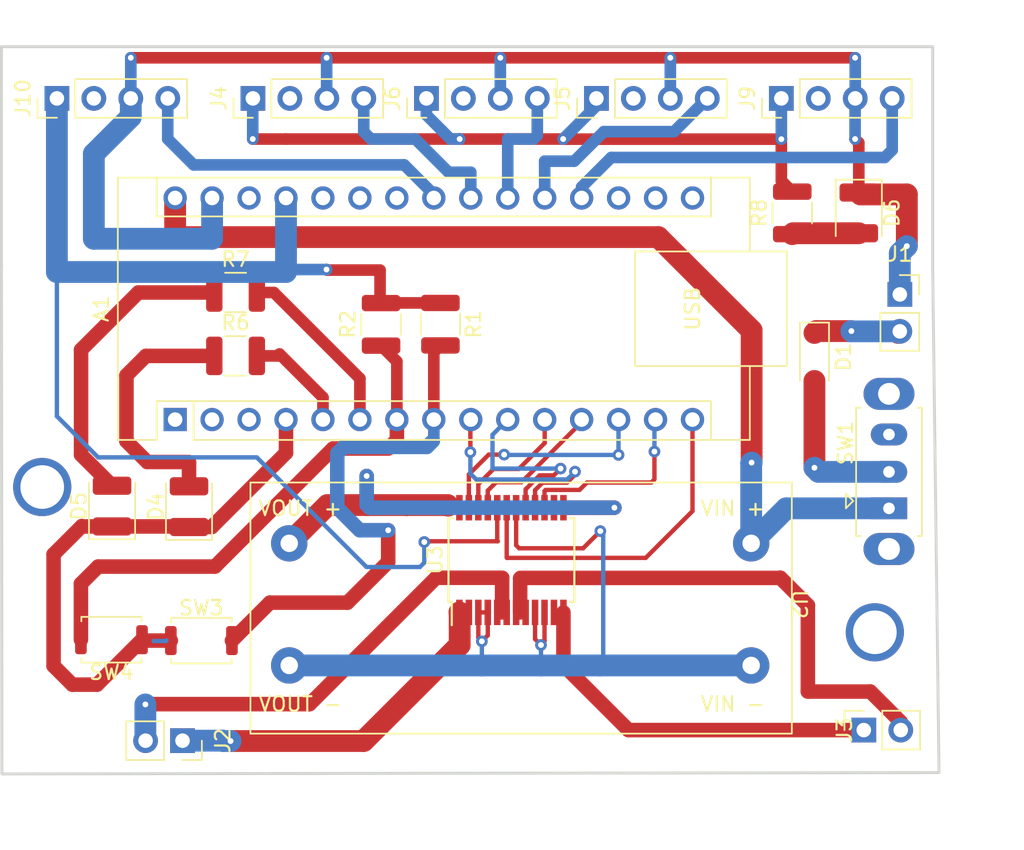
<source format=kicad_pcb>
(kicad_pcb (version 20221018) (generator pcbnew)
  (layers (0 "F.Cu" signal) (31 "B.Cu" signal) (34 "B.Paste" user) (35 "F.Paste" user) (36 "B.SilkS" user "B.Silkscreen") (37 "F.SilkS" user "F.Silkscreen") (38 "B.Mask" user) (39 "F.Mask" user) (44 "Edge.Cuts" user))
  (net 0 "")
  (net 4 "GND")
  (net 5 "/PWM1")
  (net 12 "/5v")
  (net 14 "/VIN")
  (net 15 "VCC")
  (net 16 "Net-(D1-K)")
  (net 17 "Net-(D4-A)")
  (net 18 "Net-(D5-A)")
  (net 19 "Net-(D6-A)")
  (net 20 "/L2")
  (net 21 "/L1")
  (net 23 "/INA1")
  (net 24 "/INA2")
  (net 25 "/Vm")
  (net 26 "/INB1")
  (net 27 "/B1")
  (net 28 "/B2")
  (net 29 "/INB2")
  (net 30 "/DATA1")
  (net 31 "/SHARP_I")
  (net 32 "/SHARP_C")
  (net 33 "/SHARP_D")
  (net 34 "/DATA2")
  (net 40 "/OUTA1")
  (net 41 "/OUTA2")
  (net 42 "/OUTB1")
  (net 43 "/OUTB2")
  (net 44 "/PWM2")
  (net 45 "/EN")
  (footprint "Connector_PinHeader_2.54mm:PinHeader_1x04_P2.54mm_Vertical" (layer "F.Cu") (at 219.212 28.702 90)
    (fp_text reference "J9" (at 0 -2.33 90) (layer "F.SilkS"))
    (fp_text value "Conn_01x04_Male")
    (pad "1" thru_hole rect (at 0 0 90) (size 1.7 1.7) (drill 1) (layers "*.Cu" "*.Mask") (net 12 "/5v"))
    (pad "2" thru_hole oval (at 0 2.54 90) (size 1.7 1.7) (drill 1) (layers "*.Cu" "*.Mask"))
    (pad "3" thru_hole oval (at 0 5.08 90) (size 1.7 1.7) (drill 1) (layers "*.Cu" "*.Mask") (net 4 "GND"))
    (pad "4" thru_hole oval (at 0 7.62 90) (size 1.7 1.7) (drill 1) (layers "*.Cu" "*.Mask") (net 30 "/DATA1"))
  )
  (footprint "propios:MT3608" (layer "F.Cu") (at 219.9325 63.5 -90)
    (fp_text reference "U2" (at 0 -0.5 -90 unlocked) (layer "F.SilkS"))
    (fp_text value "Mt3608")
    (fp_text user "VIN -" (at 6.858 4.064 unlocked) (layer "F.SilkS"))
    (fp_text user "VOUT +" (at -6.604 33.782 unlocked) (layer "F.SilkS"))
    (fp_text user "VOUT -" (at 6.858 33.782 unlocked) (layer "F.SilkS"))
    (fp_text user "VIN +" (at -6.604 4.064 unlocked) (layer "F.SilkS"))
    (pad "1" thru_hole circle (at -4.2 2.794 270) (size 2.5 2.5) (drill 1.2) (layers "*.Cu" "*.Mask") (net 14 "/VIN"))
    (pad "2" thru_hole circle (at -4.2 34.544 270) (size 2.5 2.5) (drill 1.2) (layers "*.Cu" "*.Mask") (net 25 "/Vm"))
    (pad "3" thru_hole circle (at 4.2 2.794 270) (size 2.5 2.5) (drill 1.2) (layers "*.Cu" "*.Mask") (net 4 "GND"))
    (pad "4" thru_hole circle (at 4.2 34.544 270) (size 2.5 2.5) (drill 1.2) (layers "*.Cu" "*.Mask") (net 4 "GND"))
  )
  (footprint "LED_SMD:LED_1210_3225Metric" (layer "F.Cu") (at 173.21 56.74 90)
    (fp_text reference "D5" (at 0 -2.28 90) (layer "F.SilkS"))
    (fp_text value "LED")
    (pad "1" smd roundrect (at -1.4 0 90) (size 1.25 2.65) (layers "F.Cu" "F.Paste" "F.Mask") (roundrect_rratio 0.2) (net 4 "GND"))
    (pad "2" smd roundrect (at 1.4 0 90) (size 1.25 2.65) (layers "F.Cu" "F.Paste" "F.Mask") (roundrect_rratio 0.2) (net 18 "Net-(D5-A)"))
  )
  (footprint "Resistor_SMD:R_1210_3225Metric" (layer "F.Cu") (at 191.7 44.2425 90)
    (fp_text reference "R2" (at 0 -2.28 90) (layer "F.SilkS"))
    (fp_text value "R")
    (pad "1" smd roundrect (at -1.4625 0 90) (size 1.125 2.65) (layers "F.Cu" "F.Paste" "F.Mask") (roundrect_rratio 0.222222) (net 28 "/B2"))
    (pad "2" smd roundrect (at 1.4625 0 90) (size 1.125 2.65) (layers "F.Cu" "F.Paste" "F.Mask") (roundrect_rratio 0.222222) (net 12 "/5v"))
  )
  (footprint "" (layer "F.Cu") (at 168.41 55.43)
    (fp_text reference "" (at 0 0) (layer "F.SilkS") (effects (font (size 1.27 1.27))))
    (fp_text value "" (at 0 0) (layer "F.SilkS") (effects (font (size 1.27 1.27))))
    (pad "1" thru_hole circle (at 0 0) (size 4 4) (drill 3) (layers "*.Cu" "*.Mask"))
  )
  (footprint "Package_SO:SSOP-24_5.3x8.2mm_P0.65mm" (layer "F.Cu") (at 200.66 60.452 90)
    (fp_text reference "U3" (at 0 -5.25 90) (layer "F.SilkS"))
    (fp_text value "TB6612FNG")
    (pad "1" smd rect (at -3.6 -3.575 90) (size 1.75 0.45) (layers "F.Cu" "F.Paste" "F.Mask") (net 40 "/OUTA1"))
    (pad "2" smd rect (at -3.6 -2.925 90) (size 1.75 0.45) (layers "F.Cu" "F.Paste" "F.Mask") (net 40 "/OUTA1"))
    (pad "3" smd rect (at -3.6 -2.275 90) (size 1.75 0.45) (layers "F.Cu" "F.Paste" "F.Mask") (net 4 "GND"))
    (pad "4" smd rect (at -3.6 -1.625 90) (size 1.75 0.45) (layers "F.Cu" "F.Paste" "F.Mask") (net 4 "GND"))
    (pad "5" smd rect (at -3.6 -0.975 90) (size 1.75 0.45) (layers "F.Cu" "F.Paste" "F.Mask") (net 41 "/OUTA2"))
    (pad "6" smd rect (at -3.6 -0.325 90) (size 1.75 0.45) (layers "F.Cu" "F.Paste" "F.Mask") (net 41 "/OUTA2"))
    (pad "7" smd rect (at -3.6 0.325 90) (size 1.75 0.45) (layers "F.Cu" "F.Paste" "F.Mask") (net 43 "/OUTB2"))
    (pad "8" smd rect (at -3.6 0.975 90) (size 1.75 0.45) (layers "F.Cu" "F.Paste" "F.Mask") (net 43 "/OUTB2"))
    (pad "9" smd rect (at -3.6 1.625 90) (size 1.75 0.45) (layers "F.Cu" "F.Paste" "F.Mask") (net 4 "GND"))
    (pad "10" smd rect (at -3.6 2.275 90) (size 1.75 0.45) (layers "F.Cu" "F.Paste" "F.Mask") (net 4 "GND"))
    (pad "11" smd rect (at -3.6 2.925 90) (size 1.75 0.45) (layers "F.Cu" "F.Paste" "F.Mask") (net 42 "/OUTB1"))
    (pad "12" smd rect (at -3.6 3.575 90) (size 1.75 0.45) (layers "F.Cu" "F.Paste" "F.Mask") (net 42 "/OUTB1"))
    (pad "13" smd rect (at 3.6 3.575 90) (size 1.75 0.45) (layers "F.Cu" "F.Paste" "F.Mask") (net 25 "/Vm"))
    (pad "14" smd rect (at 3.6 2.925 90) (size 1.75 0.45) (layers "F.Cu" "F.Paste" "F.Mask") (net 25 "/Vm"))
    (pad "15" smd rect (at 3.6 2.275 90) (size 1.75 0.45) (layers "F.Cu" "F.Paste" "F.Mask") (net 44 "/PWM2"))
    (pad "16" smd rect (at 3.6 1.625 90) (size 1.75 0.45) (layers "F.Cu" "F.Paste" "F.Mask") (net 29 "/INB2"))
    (pad "17" smd rect (at 3.6 0.975 90) (size 1.75 0.45) (layers "F.Cu" "F.Paste" "F.Mask") (net 26 "/INB1"))
    (pad "18" smd rect (at 3.6 0.325 90) (size 1.75 0.45) (layers "F.Cu" "F.Paste" "F.Mask") (net 4 "GND"))
    (pad "19" smd rect (at 3.6 -0.325 90) (size 1.75 0.45) (layers "F.Cu" "F.Paste" "F.Mask") (net 45 "/EN"))
    (pad "20" smd rect (at 3.6 -0.975 90) (size 1.75 0.45) (layers "F.Cu" "F.Paste" "F.Mask") (net 12 "/5v"))
    (pad "21" smd rect (at 3.6 -1.625 90) (size 1.75 0.45) (layers "F.Cu" "F.Paste" "F.Mask") (net 23 "/INA1"))
    (pad "22" smd rect (at 3.6 -2.275 90) (size 1.75 0.45) (layers "F.Cu" "F.Paste" "F.Mask") (net 24 "/INA2"))
    (pad "23" smd rect (at 3.6 -2.925 90) (size 1.75 0.45) (layers "F.Cu" "F.Paste" "F.Mask") (net 5 "/PWM1"))
    (pad "24" smd rect (at 3.6 -3.575 90) (size 1.75 0.45) (layers "F.Cu" "F.Paste" "F.Mask") (net 25 "/Vm"))
  )
  (footprint "Connector_PinHeader_2.54mm:PinHeader_1x04_P2.54mm_Vertical" (layer "F.Cu") (at 194.818 28.702 90)
    (fp_text reference "J6" (at 0 -2.33 90) (layer "F.SilkS"))
    (fp_text value "Conn_01x04_Male")
    (pad "1" thru_hole rect (at 0 0 90) (size 1.7 1.7) (drill 1) (layers "*.Cu" "*.Mask") (net 12 "/5v"))
    (pad "2" thru_hole oval (at 0 2.54 90) (size 1.7 1.7) (drill 1) (layers "*.Cu" "*.Mask"))
    (pad "3" thru_hole oval (at 0 5.08 90) (size 1.7 1.7) (drill 1) (layers "*.Cu" "*.Mask") (net 4 "GND"))
    (pad "4" thru_hole oval (at 0 7.62 90) (size 1.7 1.7) (drill 1) (layers "*.Cu" "*.Mask") (net 32 "/SHARP_C"))
  )
  (footprint "Diode_SMD:D_SOD-123" (layer "F.Cu") (at 221.488 46.482 -90)
    (fp_text reference "D1" (at 0 -2 90) (layer "F.SilkS"))
    (fp_text value "type=\"D\" model=\"DIODE\" lib=\"\"")
    (pad "1" smd roundrect (at -1.65 0 270) (size 0.9 1.2) (layers "F.Cu" "F.Paste" "F.Mask") (net 15 "VCC"))
    (pad "2" smd roundrect (at 1.65 0 270) (size 0.9 1.2) (layers "F.Cu" "F.Paste" "F.Mask") (net 16 "Net-(D1-K)"))
  )
  (footprint "Resistor_SMD:R_1210_3225Metric" (layer "F.Cu") (at 181.7 42.05)
    (fp_text reference "R7" (at 0 -2.28) (layer "F.SilkS"))
    (fp_text value "1000")
    (pad "1" smd roundrect (at -1.4625 0) (size 1.125 2.65) (layers "F.Cu" "F.Paste" "F.Mask") (roundrect_rratio 0.222222) (net 18 "Net-(D5-A)"))
    (pad "2" smd roundrect (at 1.4625 0) (size 1.125 2.65) (layers "F.Cu" "F.Paste" "F.Mask") (roundrect_rratio 0.222222) (net 21 "/L1"))
  )
  (footprint "Button_Switch_THT:SW_Slide_1P2T_CK_OS102011MS2Q" (layer "F.Cu") (at 226.6115 56.388 90)
    (fp_text reference "SW1" (at 3.99 -2.99 90) (layer "F.SilkS"))
    (fp_text value "SW_DPDT_x2")
    (pad "" thru_hole oval (at -3.302 0 90) (size 2.2 3.5) (drill 1.5) (layers "*.Cu" "*.Mask"))
    (pad "" thru_hole oval (at 7.366 0 90) (size 2.2 3.5) (drill 1.5) (layers "*.Cu" "*.Mask"))
    (pad "1" thru_hole rect (at -0.508 0 90) (size 1.5 2.5) (drill 0.8) (layers "*.Cu" "*.Mask") (net 14 "/VIN"))
    (pad "2" thru_hole oval (at 2 0 90) (size 1.5 2.5) (drill 0.8) (layers "*.Cu" "*.Mask") (net 16 "Net-(D1-K)"))
    (pad "3" thru_hole oval (at 4.572 0 90) (size 1.5 2.5) (drill 0.8) (layers "*.Cu" "*.Mask"))
  )
  (footprint "Connector_PinHeader_2.54mm:PinHeader_1x04_P2.54mm_Vertical" (layer "F.Cu") (at 169.418 28.702 90)
    (fp_text reference "J10" (at 0 -2.33 90) (layer "F.SilkS"))
    (fp_text value "Conn_01x04_Male")
    (pad "1" thru_hole rect (at 0 0 90) (size 1.7 1.7) (drill 1) (layers "*.Cu" "*.Mask") (net 12 "/5v"))
    (pad "2" thru_hole oval (at 0 2.54 90) (size 1.7 1.7) (drill 1) (layers "*.Cu" "*.Mask"))
    (pad "3" thru_hole oval (at 0 5.08 90) (size 1.7 1.7) (drill 1) (layers "*.Cu" "*.Mask") (net 4 "GND"))
    (pad "4" thru_hole oval (at 0 7.62 90) (size 1.7 1.7) (drill 1) (layers "*.Cu" "*.Mask") (net 34 "/DATA2"))
  )
  (footprint "Connector_PinHeader_2.54mm:PinHeader_1x04_P2.54mm_Vertical" (layer "F.Cu") (at 206.502 28.702 90)
    (fp_text reference "J5" (at 0 -2.33 90) (layer "F.SilkS"))
    (fp_text value "Conn_01x04_Male")
    (pad "1" thru_hole rect (at 0 0 90) (size 1.7 1.7) (drill 1) (layers "*.Cu" "*.Mask") (net 12 "/5v"))
    (pad "2" thru_hole oval (at 0 2.54 90) (size 1.7 1.7) (drill 1) (layers "*.Cu" "*.Mask"))
    (pad "3" thru_hole oval (at 0 5.08 90) (size 1.7 1.7) (drill 1) (layers "*.Cu" "*.Mask") (net 4 "GND"))
    (pad "4" thru_hole oval (at 0 7.62 90) (size 1.7 1.7) (drill 1) (layers "*.Cu" "*.Mask") (net 31 "/SHARP_I"))
  )
  (footprint "Connector_PinSocket_2.54mm:PinSocket_1x02_P2.54mm_Vertical" (layer "F.Cu") (at 227.355 42.184)
    (fp_text reference "J1" (at 0 -2.77) (layer "F.SilkS"))
    (fp_text value "Screw_Terminal_01x02")
    (pad "1" thru_hole rect (at 0 0) (size 1.7 1.7) (drill 1) (layers "*.Cu" "*.Mask") (net 4 "GND"))
    (pad "2" thru_hole oval (at 0 2.54) (size 1.7 1.7) (drill 1) (layers "*.Cu" "*.Mask") (net 15 "VCC"))
  )
  (footprint "Resistor_SMD:R_1210_3225Metric" (layer "F.Cu") (at 195.78 44.23 -90)
    (fp_text reference "R1" (at 0 -2.28 90) (layer "F.SilkS"))
    (fp_text value "R")
    (pad "1" smd roundrect (at -1.4625 0 270) (size 1.125 2.65) (layers "F.Cu" "F.Paste" "F.Mask") (roundrect_rratio 0.222222) (net 12 "/5v"))
    (pad "2" smd roundrect (at 1.4625 0 270) (size 1.125 2.65) (layers "F.Cu" "F.Paste" "F.Mask") (roundrect_rratio 0.222222) (net 27 "/B1"))
  )
  (footprint "Connector_PinSocket_2.54mm:PinSocket_1x02_P2.54mm_Vertical" (layer "F.Cu") (at 178.054 72.873 -90)
    (fp_text reference "J2" (at 0 -2.77 90) (layer "F.SilkS"))
    (fp_text value "Conn_01x02_Socket")
    (pad "1" thru_hole rect (at 0 0 270) (size 1.7 1.7) (drill 1) (layers "*.Cu" "*.Mask") (net 40 "/OUTA1"))
    (pad "2" thru_hole oval (at 0 2.54 270) (size 1.7 1.7) (drill 1) (layers "*.Cu" "*.Mask") (net 41 "/OUTA2"))
  )
  (footprint "Connector_PinSocket_2.54mm:PinSocket_1x02_P2.54mm_Vertical" (layer "F.Cu") (at 224.88 72.145 90)
    (fp_text reference "J3" (at 0 -1.33 90) (layer "F.SilkS"))
    (fp_text value "Conn_01x02_Socket")
    (pad "1" thru_hole rect (at 0 0 90) (size 1.7 1.7) (drill 1) (layers "*.Cu" "*.Mask") (net 42 "/OUTB1"))
    (pad "2" thru_hole oval (at 0 2.54 90) (size 1.7 1.7) (drill 1) (layers "*.Cu" "*.Mask") (net 43 "/OUTB2"))
  )
  (footprint "Resistor_SMD:R_1210_3225Metric" (layer "F.Cu") (at 181.7 46.41)
    (fp_text reference "R6" (at 0 -2.28) (layer "F.SilkS"))
    (fp_text value "1000")
    (pad "1" smd roundrect (at -1.4625 0) (size 1.125 2.65) (layers "F.Cu" "F.Paste" "F.Mask") (roundrect_rratio 0.222222) (net 17 "Net-(D4-A)"))
    (pad "2" smd roundrect (at 1.4625 0) (size 1.125 2.65) (layers "F.Cu" "F.Paste" "F.Mask") (roundrect_rratio 0.222222) (net 20 "/L2"))
  )
  (footprint "Button_Switch_SMD:SW_Push_SPST_NO_Alps_SKRK" (layer "F.Cu") (at 173.17 65.93 180)
    (fp_text reference "SW4" (at 0 -2.25) (layer "F.SilkS"))
    (fp_text value "SW_Push")
    (pad "1" smd roundrect (at -2.1 0 180) (size 0.8 2) (layers "F.Cu" "F.Paste" "F.Mask") (net 4 "GND"))
    (pad "2" smd roundrect (at 2.1 0 180) (size 0.8 2) (layers "F.Cu" "F.Paste" "F.Mask") (net 28 "/B2"))
  )
  (footprint "Resistor_SMD:R_1210_3225Metric" (layer "F.Cu") (at 219.964 36.576 90)
    (fp_text reference "R8" (at 0 -2.28 90) (layer "F.SilkS"))
    (fp_text value "1000")
    (pad "1" smd roundrect (at -1.4625 0 90) (size 1.125 2.65) (layers "F.Cu" "F.Paste" "F.Mask") (roundrect_rratio 0.222222) (net 19 "Net-(D6-A)"))
    (pad "2" smd roundrect (at 1.4625 0 90) (size 1.125 2.65) (layers "F.Cu" "F.Paste" "F.Mask") (roundrect_rratio 0.222222) (net 12 "/5v"))
  )
  (footprint "Button_Switch_SMD:SW_Push_SPST_NO_Alps_SKRK" (layer "F.Cu") (at 179.35 65.99)
    (fp_text reference "SW3" (at 0 -2.25) (layer "F.SilkS"))
    (fp_text value "SW_Push")
    (pad "1" smd roundrect (at -2.1 0) (size 0.8 2) (layers "F.Cu" "F.Paste" "F.Mask") (net 4 "GND"))
    (pad "2" smd roundrect (at 2.1 0) (size 0.8 2) (layers "F.Cu" "F.Paste" "F.Mask") (net 27 "/B1"))
  )
  (footprint "LED_SMD:LED_1210_3225Metric" (layer "F.Cu") (at 178.5 56.78 90)
    (fp_text reference "D4" (at 0 -2.28 90) (layer "F.SilkS"))
    (fp_text value "LED")
    (pad "1" smd roundrect (at -1.4 0 90) (size 1.25 2.65) (layers "F.Cu" "F.Paste" "F.Mask") (roundrect_rratio 0.2) (net 4 "GND"))
    (pad "2" smd roundrect (at 1.4 0 90) (size 1.25 2.65) (layers "F.Cu" "F.Paste" "F.Mask") (roundrect_rratio 0.2) (net 17 "Net-(D4-A)"))
  )
  (footprint "" (layer "F.Cu") (at 225.64 65.42)
    (fp_text reference "" (at 0 0) (layer "F.SilkS") (effects (font (size 1.27 1.27))))
    (fp_text value "" (at 0 0) (layer "F.SilkS") (effects (font (size 1.27 1.27))))
    (pad "1" thru_hole circle (at 0 0) (size 4 4) (drill 3) (layers "*.Cu" "*.Mask"))
  )
  (footprint "LED_SMD:LED_1210_3225Metric" (layer "F.Cu") (at 224.536 36.576 -90)
    (fp_text reference "D6" (at 0 -2.28 90) (layer "F.SilkS"))
    (fp_text value "LED")
    (pad "1" smd roundrect (at -1.4 0 270) (size 1.25 2.65) (layers "F.Cu" "F.Paste" "F.Mask") (roundrect_rratio 0.2) (net 4 "GND"))
    (pad "2" smd roundrect (at 1.4 0 270) (size 1.25 2.65) (layers "F.Cu" "F.Paste" "F.Mask") (roundrect_rratio 0.2) (net 19 "Net-(D6-A)"))
  )
  (footprint "Module:Arduino_Nano" (layer "F.Cu") (at 177.546 50.79 90)
    (fp_text reference "A1" (at 7.62 -5.08 90) (layer "F.SilkS"))
    (fp_text value "Arduino_Nano_v3.x")
    (fp_text user "USB" (at 7.62 35.56 90 unlocked) (layer "F.SilkS"))
    (pad "1" thru_hole rect (at 0 0 90) (size 1.6 1.6) (drill 1) (layers "*.Cu" "*.Mask"))
    (pad "2" thru_hole oval (at 0 2.54 90) (size 1.6 1.6) (drill 1) (layers "*.Cu" "*.Mask"))
    (pad "3" thru_hole oval (at 0 5.08 90) (size 1.6 1.6) (drill 1) (layers "*.Cu" "*.Mask"))
    (pad "4" thru_hole oval (at 0 7.62 90) (size 1.6 1.6) (drill 1) (layers "*.Cu" "*.Mask") (net 4 "GND"))
    (pad "5" thru_hole oval (at 0 10.16 90) (size 1.6 1.6) (drill 1) (layers "*.Cu" "*.Mask") (net 20 "/L2"))
    (pad "6" thru_hole oval (at 0 12.7 90) (size 1.6 1.6) (drill 1) (layers "*.Cu" "*.Mask") (net 21 "/L1"))
    (pad "7" thru_hole oval (at 0 15.24 90) (size 1.6 1.6) (drill 1) (layers "*.Cu" "*.Mask") (net 28 "/B2"))
    (pad "8" thru_hole oval (at 0 17.78 90) (size 1.6 1.6) (drill 1) (layers "*.Cu" "*.Mask") (net 27 "/B1"))
    (pad "9" thru_hole oval (at 0 20.32 90) (size 1.6 1.6) (drill 1) (layers "*.Cu" "*.Mask") (net 29 "/INB2"))
    (pad "10" thru_hole oval (at 0 22.86 90) (size 1.6 1.6) (drill 1) (layers "*.Cu" "*.Mask") (net 26 "/INB1"))
    (pad "11" thru_hole oval (at 0 25.4 90) (size 1.6 1.6) (drill 1) (layers "*.Cu" "*.Mask") (net 24 "/INA2"))
    (pad "12" thru_hole oval (at 0 27.94 90) (size 1.6 1.6) (drill 1) (layers "*.Cu" "*.Mask") (net 23 "/INA1"))
    (pad "13" thru_hole oval (at 0 30.48 90) (size 1.6 1.6) (drill 1) (layers "*.Cu" "*.Mask") (net 5 "/PWM1"))
    (pad "14" thru_hole oval (at 0 33.02 90) (size 1.6 1.6) (drill 1) (layers "*.Cu" "*.Mask") (net 44 "/PWM2"))
    (pad "15" thru_hole oval (at 0 35.56 90) (size 1.6 1.6) (drill 1) (layers "*.Cu" "*.Mask") (net 45 "/EN"))
    (pad "16" thru_hole oval (at 15.24 35.56 90) (size 1.6 1.6) (drill 1) (layers "*.Cu" "*.Mask"))
    (pad "17" thru_hole oval (at 15.24 33.02 90) (size 1.6 1.6) (drill 1) (layers "*.Cu" "*.Mask"))
    (pad "18" thru_hole oval (at 15.24 30.48 90) (size 1.6 1.6) (drill 1) (layers "*.Cu" "*.Mask"))
    (pad "19" thru_hole oval (at 15.24 27.94 90) (size 1.6 1.6) (drill 1) (layers "*.Cu" "*.Mask") (net 30 "/DATA1"))
    (pad "20" thru_hole oval (at 15.24 25.4 90) (size 1.6 1.6) (drill 1) (layers "*.Cu" "*.Mask") (net 31 "/SHARP_I"))
    (pad "21" thru_hole oval (at 15.24 22.86 90) (size 1.6 1.6) (drill 1) (layers "*.Cu" "*.Mask") (net 32 "/SHARP_C"))
    (pad "22" thru_hole oval (at 15.24 20.32 90) (size 1.6 1.6) (drill 1) (layers "*.Cu" "*.Mask") (net 33 "/SHARP_D"))
    (pad "23" thru_hole oval (at 15.24 17.78 90) (size 1.6 1.6) (drill 1) (layers "*.Cu" "*.Mask") (net 34 "/DATA2"))
    (pad "24" thru_hole oval (at 15.24 15.24 90) (size 1.6 1.6) (drill 1) (layers "*.Cu" "*.Mask"))
    (pad "25" thru_hole oval (at 15.24 12.7 90) (size 1.6 1.6) (drill 1) (layers "*.Cu" "*.Mask"))
    (pad "26" thru_hole oval (at 15.24 10.16 90) (size 1.6 1.6) (drill 1) (layers "*.Cu" "*.Mask"))
    (pad "27" thru_hole oval (at 15.24 7.62 90) (size 1.6 1.6) (drill 1) (layers "*.Cu" "*.Mask") (net 12 "/5v"))
    (pad "28" thru_hole oval (at 15.24 5.08 90) (size 1.6 1.6) (drill 1) (layers "*.Cu" "*.Mask"))
    (pad "29" thru_hole oval (at 15.24 2.54 90) (size 1.6 1.6) (drill 1) (layers "*.Cu" "*.Mask") (net 4 "GND"))
    (pad "30" thru_hole oval (at 15.24 0 90) (size 1.6 1.6) (drill 1) (layers "*.Cu" "*.Mask") (net 14 "/VIN"))
  )
  (footprint "Connector_PinHeader_2.54mm:PinHeader_1x04_P2.54mm_Vertical" (layer "F.Cu") (at 182.89 28.702 90)
    (fp_text reference "J4" (at 0 -2.33 90) (layer "F.SilkS"))
    (fp_text value "Conn_01x04_Male")
    (pad "1" thru_hole rect (at 0 0 90) (size 1.7 1.7) (drill 1) (layers "*.Cu" "*.Mask") (net 12 "/5v"))
    (pad "2" thru_hole oval (at 0 2.54 90) (size 1.7 1.7) (drill 1) (layers "*.Cu" "*.Mask"))
    (pad "3" thru_hole oval (at 0 5.08 90) (size 1.7 1.7) (drill 1) (layers "*.Cu" "*.Mask") (net 4 "GND"))
    (pad "4" thru_hole oval (at 0 7.62 90) (size 1.7 1.7) (drill 1) (layers "*.Cu" "*.Mask") (net 33 "/SHARP_D"))
  )
  (gr_line (start 229.616 40.386) (end 229.616 25.146) (stroke (width 0.2)) (layer "Edge.Cuts"))
  (gr_line (start 165.64 75.16) (end 230.05 75.07) (stroke (width 0.2)) (layer "Edge.Cuts"))
  (gr_line (start 165.608 40.132) (end 165.64 75.16) (stroke (width 0.2)) (layer "Edge.Cuts"))
  (gr_line (start 230.05 75.07) (end 229.616 40.386) (stroke (width 0.2)) (layer "Edge.Cuts"))
  (gr_line (start 229.616 25.146) (end 165.608 25.146) (stroke (width 0.2)) (layer "Edge.Cuts"))
  (gr_line (start 165.608 40.132) (end 165.608 25.146) (stroke (width 0.2)) (layer "Edge.Cuts"))
  (segment (start 176.91 66.02) (end 176.95 65.98) (width 0.3) (layer "B.Cu") (net 0))
  (segment (start 176.07 66.02) (end 176.91 66.02) (width 0.3) (layer "B.Cu") (net 0))
  (segment (start 172.18 69.02) (end 170.48 69.02) (width 1) (layer "F.Cu") (net 4))
  (segment (start 202.935 66.051) (end 202.692 66.294) (width 0.3) (layer "F.Cu") (net 4))
  (segment (start 187.96 25.908) (end 174.498 25.908) (width 0.8) (layer "F.Cu") (net 4))
  (segment (start 169.19 67.73) (end 169.19 60.06) (width 1) (layer "F.Cu") (net 4))
  (segment (start 169.19 60.06) (end 171.13 58.12) (width 1) (layer "F.Cu") (net 4))
  (segment (start 227.838 38.862) (end 227.838 35.306) (width 1.5) (layer "F.Cu") (net 4))
  (segment (start 178.5 58.18) (end 180.06 58.18) (width 1) (layer "F.Cu") (net 4))
  (segment (start 198.385 65.797) (end 198.628 66.04) (width 0.3) (layer "F.Cu") (net 4))
  (segment (start 202.285 65.887) (end 202.692 66.294) (width 0.3) (layer "F.Cu") (net 4))
  (segment (start 224.666 35.306) (end 224.536 35.176) (width 1.5) (layer "F.Cu") (net 4))
  (segment (start 198.385 64.052) (end 198.385 65.797) (width 0.3) (layer "F.Cu") (net 4))
  (segment (start 184.3 53.94) (end 184.31 53.94) (width 1) (layer "F.Cu") (net 4))
  (segment (start 175.27 65.93) (end 172.18 69.02) (width 1) (layer "F.Cu") (net 4))
  (segment (start 199.035 64.052) (end 199.035 65.633) (width 0.3) (layer "F.Cu") (net 4))
  (segment (start 224.536 31.75) (end 224.282 31.496) (width 0.8) (layer "F.Cu") (net 4))
  (segment (start 205.59 59.64) (end 201.19 59.64) (width 0.3) (layer "F.Cu") (net 4))
  (segment (start 206.77 58.46) (end 205.59 59.64) (width 0.3) (layer "F.Cu") (net 4))
  (segment (start 184.31 53.94) (end 185.166 53.084) (width 1) (layer "F.Cu") (net 4))
  (segment (start 175.33 65.99) (end 175.27 65.93) (width 1) (layer "F.Cu") (net 4))
  (segment (start 211.582 25.908) (end 199.898 25.908) (width 0.8) (layer "F.Cu") (net 4))
  (segment (start 199.898 25.908) (end 187.96 25.908) (width 0.8) (layer "F.Cu") (net 4))
  (segment (start 224.292 25.918) (end 224.282 25.908) (width 0.8) (layer "F.Cu") (net 4))
  (segment (start 224.536 35.176) (end 224.536 31.75) (width 0.8) (layer "F.Cu") (net 4))
  (segment (start 200.985 59.435) (end 200.985 56.852) (width 0.3) (layer "F.Cu") (net 4))
  (segment (start 202.935 64.052) (end 202.935 66.051) (width 0.3) (layer "F.Cu") (net 4))
  (segment (start 177.25 65.99) (end 175.33 65.99) (width 1) (layer "F.Cu") (net 4))
  (segment (start 178.46 58.14) (end 178.5 58.18) (width 1) (layer "F.Cu") (net 4))
  (segment (start 224.282 25.908) (end 211.582 25.908) (width 0.8) (layer "F.Cu") (net 4))
  (segment (start 180.06 58.18) (end 184.3 53.94) (width 1) (layer "F.Cu") (net 4))
  (segment (start 199.035 65.633) (end 198.628 66.04) (width 0.3) (layer "F.Cu") (net 4))
  (segment (start 201.19 59.64) (end 200.985 59.435) (width 0.3) (layer "F.Cu") (net 4))
  (segment (start 171.13 58.12) (end 171.15 58.14) (width 1) (layer "F.Cu") (net 4))
  (segment (start 173.21 58.14) (end 178.46 58.14) (width 1) (layer "F.Cu") (net 4))
  (segment (start 227.838 35.306) (end 224.666 35.306) (width 1.5) (layer "F.Cu") (net 4))
  (segment (start 185.166 53.084) (end 185.166 50.79) (width 1) (layer "F.Cu") (net 4))
  (segment (start 202.285 64.052) (end 202.285 65.887) (width 0.3) (layer "F.Cu") (net 4))
  (segment (start 199.035 64.052) (end 198.385 64.052) (width 0.3) (layer "F.Cu") (net 4))
  (segment (start 170.48 69.02) (end 169.19 67.73) (width 1) (layer "F.Cu") (net 4))
  (segment (start 171.15 58.14) (end 173.21 58.14) (width 1) (layer "F.Cu") (net 4))
  (via (at 227.838 38.862) (size 0.8) (drill 0.4) (layers "F.Cu" "B.Cu") (net 4))
  (via (at 206.77 58.46) (size 0.8) (drill 0.4) (layers "F.Cu" "B.Cu") (net 4))
  (via (at 187.96 25.908) (size 0.8) (drill 0.4) (layers "F.Cu" "B.Cu") (net 4))
  (via (at 199.898 25.908) (size 0.8) (drill 0.4) (layers "F.Cu" "B.Cu") (net 4))
  (via (at 174.498 25.908) (size 0.8) (drill 0.4) (layers "F.Cu" "B.Cu") (net 4))
  (via (at 224.282 25.908) (size 0.8) (drill 0.4) (layers "F.Cu" "B.Cu") (net 4))
  (via (at 202.692 66.294) (size 0.8) (drill 0.4) (layers "F.Cu" "B.Cu") (net 4))
  (via (at 198.628 66.04) (size 0.8) (drill 0.4) (layers "F.Cu" "B.Cu") (net 4))
  (via (at 211.582 25.908) (size 0.8) (drill 0.4) (layers "F.Cu" "B.Cu") (net 4))
  (via (at 224.282 31.496) (size 0.8) (drill 0.4) (layers "F.Cu" "B.Cu") (net 4))
  (segment (start 202.692 67.7) (end 206.74 67.7) (width 1.5) (layer "B.Cu") (net 4))
  (segment (start 180.086 38.354) (end 171.958 38.354) (width 1.5) (layer "B.Cu") (net 4))
  (segment (start 180.086 35.55) (end 180.086 38.354) (width 1.5) (layer "B.Cu") (net 4))
  (segment (start 198.628 67.7) (end 202.692 67.7) (width 1.5) (layer "B.Cu") (net 4))
  (segment (start 171.958 32.512) (end 174.498 29.972) (width 1.5) (layer "B.Cu") (net 4))
  (segment (start 224.282 31.496) (end 224.282 28.712) (width 0.8) (layer "B.Cu") (net 4))
  (segment (start 206.97 58.66) (end 206.97 67.47) (width 0.3) (layer "B.Cu") (net 4))
  (segment (start 174.498 29.972) (end 174.498 28.702) (width 1.5) (layer "B.Cu") (net 4))
  (segment (start 187.96 28.692) (end 187.97 28.702) (width 0.8) (layer "B.Cu") (net 4))
  (segment (start 185.3885 67.7) (end 198.628 67.7) (width 1.5) (layer "B.Cu") (net 4))
  (segment (start 224.282 28.712) (end 224.292 28.702) (width 0.8) (layer "B.Cu") (net 4))
  (segment (start 227.355 42.184) (end 227.355 39.345) (width 1.5) (layer "B.Cu") (net 4))
  (segment (start 171.958 38.354) (end 171.958 32.512) (width 1.5) (layer "B.Cu") (net 4))
  (segment (start 211.582 28.702) (end 211.582 25.908) (width 0.8) (layer "B.Cu") (net 4))
  (segment (start 224.292 25.918) (end 224.282 25.908) (width 0.8) (layer "B.Cu") (net 4))
  (segment (start 202.692 66.294) (end 202.692 67.7) (width 0.3) (layer "B.Cu") (net 4))
  (segment (start 198.628 66.04) (end 198.628 67.7) (width 0.3) (layer "B.Cu") (net 4))
  (segment (start 187.96 25.908) (end 187.96 28.692) (width 0.8) (layer "B.Cu") (net 4))
  (segment (start 227.355 39.345) (end 227.838 38.862) (width 1.5) (layer "B.Cu") (net 4))
  (segment (start 199.898 25.908) (end 199.898 28.702) (width 0.8) (layer "B.Cu") (net 4))
  (segment (start 206.77 58.46) (end 206.97 58.66) (width 0.3) (layer "B.Cu") (net 4))
  (segment (start 206.74 67.7) (end 217.1385 67.7) (width 1.5) (layer "B.Cu") (net 4))
  (segment (start 206.97 67.47) (end 206.74 67.7) (width 0.3) (layer "B.Cu") (net 4))
  (segment (start 224.292 28.702) (end 224.292 25.918) (width 0.8) (layer "B.Cu") (net 4))
  (segment (start 174.498 25.908) (end 174.498 28.702) (width 0.8) (layer "B.Cu") (net 4))
  (segment (start 197.735 54.565) (end 197.735 56.852) (width 0.3) (layer "F.Cu") (net 5))
  (segment (start 208 53.2) (end 208.02 53.22) (width 0.3) (layer "F.Cu") (net 5))
  (segment (start 199.1 53.2) (end 197.735 54.565) (width 0.3) (layer "F.Cu") (net 5))
  (segment (start 200.16 53.2) (end 199.1 53.2) (width 0.3) (layer "F.Cu") (net 5))
  (via (at 200.16 53.2) (size 0.8) (drill 0.4) (layers "F.Cu" "B.Cu") (net 5))
  (via (at 208.02 53.22) (size 0.8) (drill 0.4) (layers "F.Cu" "B.Cu") (net 5))
  (segment (start 208.02 50.796) (end 208.026 50.79) (width 0.3) (layer "B.Cu") (net 5))
  (segment (start 200.18 53.22) (end 208.02 53.22) (width 0.3) (layer "B.Cu") (net 5))
  (segment (start 200.16 53.2) (end 200.18 53.22) (width 0.3) (layer "B.Cu") (net 5))
  (segment (start 208.02 53.22) (end 208.02 50.796) (width 0.3) (layer "B.Cu") (net 5))
  (segment (start 219.212 34.3615) (end 219.964 35.1135) (width 0.8) (layer "F.Cu") (net 12))
  (segment (start 191.7 42.78) (end 191.63 42.71) (width 0.8) (layer "F.Cu") (net 12))
  (segment (start 204.216 31.496) (end 197.104 31.496) (width 0.8) (layer "F.Cu") (net 12))
  (segment (start 219.212 31.506) (end 219.212 34.3615) (width 0.8) (layer "F.Cu") (net 12))
  (segment (start 187.99 40.51) (end 187.95 40.47) (width 0.8) (layer "F.Cu") (net 12))
  (segment (start 199.72 59.16) (end 194.72 59.16) (width 0.3) (layer "F.Cu") (net 12))
  (segment (start 191.63 40.51) (end 187.99 40.51) (width 0.8) (layer "F.Cu") (net 12))
  (segment (start 204.216 31.496) (end 204.226 31.506) (width 0.8) (layer "F.Cu") (net 12))
  (segment (start 191.63 42.71) (end 191.63 40.51) (width 0.8) (layer "F.Cu") (net 12))
  (segment (start 185.166 31.496) (end 182.88 31.496) (width 0.8) (layer "F.Cu") (net 12))
  (segment (start 191.7125 42.7675) (end 191.7 42.78) (width 0.8) (layer "F.Cu") (net 12))
  (segment (start 197.104 31.496) (end 185.166 31.496) (width 0.8) (layer "F.Cu") (net 12))
  (segment (start 204.226 31.506) (end 219.212 31.506) (width 0.8) (layer "F.Cu") (net 12))
  (segment (start 199.685 56.852) (end 199.685 59.125) (width 0.3) (layer "F.Cu") (net 12))
  (segment (start 199.685 59.125) (end 199.72 59.16) (width 0.3) (layer "F.Cu") (net 12))
  (segment (start 194.72 59.16) (end 194.67 59.21) (width 0.3) (layer "F.Cu") (net 12))
  (segment (start 195.78 42.7675) (end 191.7125 42.7675) (width 0.8) (layer "F.Cu") (net 12))
  (via (at 204.216 31.496) (size 0.8) (drill 0.4) (layers "F.Cu" "B.Cu") (net 12))
  (via (at 194.67 59.21) (size 0.8) (drill 0.4) (layers "F.Cu" "B.Cu") (net 12))
  (via (at 197.104 31.496) (size 0.8) (drill 0.4) (layers "F.Cu" "B.Cu") (net 12))
  (via (at 219.212 31.506) (size 0.8) (drill 0.4) (layers "F.Cu" "B.Cu") (net 12))
  (via (at 187.95 40.47) (size 0.8) (drill 0.4) (layers "F.Cu" "B.Cu") (net 12))
  (via (at 182.88 31.496) (size 0.8) (drill 0.4) (layers "F.Cu" "B.Cu") (net 12))
  (segment (start 182.88 31.496) (end 182.88 28.712) (width 0.8) (layer "B.Cu") (net 12))
  (segment (start 185.336 40.47) (end 185.166 40.64) (width 0.8) (layer "B.Cu") (net 12))
  (segment (start 185.166 35.55) (end 185.166 40.64) (width 1.5) (layer "B.Cu") (net 12))
  (segment (start 196.469 31.496) (end 194.818 29.845) (width 0.8) (layer "B.Cu") (net 12))
  (segment (start 194.67 60.63) (end 194.37 60.93) (width 0.3) (layer "B.Cu") (net 12))
  (segment (start 194.818 29.845) (end 194.818 28.702) (width 0.8) (layer "B.Cu") (net 12))
  (segment (start 194.37 60.93) (end 190.7 60.93) (width 0.3) (layer "B.Cu") (net 12))
  (segment (start 183.16 53.39) (end 172.25 53.39) (width 0.3) (layer "B.Cu") (net 12))
  (segment (start 169.418 50.558) (end 169.418 40.64) (width 0.3) (layer "B.Cu") (net 12))
  (segment (start 185.166 40.64) (end 169.418 40.64) (width 1.5) (layer "B.Cu") (net 12))
  (segment (start 204.216 31.496) (end 206.502 29.21) (width 0.8) (layer "B.Cu") (net 12))
  (segment (start 182.88 28.712) (end 182.89 28.702) (width 0.8) (layer "B.Cu") (net 12))
  (segment (start 172.25 53.39) (end 169.418 50.558) (width 0.3) (layer "B.Cu") (net 12))
  (segment (start 187.95 40.47) (end 185.336 40.47) (width 0.8) (layer "B.Cu") (net 12))
  (segment (start 219.212 31.506) (end 219.212 28.702) (width 0.8) (layer "B.Cu") (net 12))
  (segment (start 197.104 31.496) (end 196.469 31.496) (width 0.8) (layer "B.Cu") (net 12))
  (segment (start 190.7 60.93) (end 183.16 53.39) (width 0.3) (layer "B.Cu") (net 12))
  (segment (start 206.502 29.21) (end 206.502 28.702) (width 0.8) (layer "B.Cu") (net 12))
  (segment (start 194.67 59.21) (end 194.67 60.63) (width 0.3) (layer "B.Cu") (net 12))
  (segment (start 169.418 40.64) (end 169.418 28.702) (width 1.5) (layer "B.Cu") (net 12))
  (segment (start 217.17 44.66) (end 210.75 38.24) (width 1.5) (layer "F.Cu") (net 14))
  (segment (start 210.75 38.24) (end 177.6 38.24) (width 1.5) (layer "F.Cu") (net 14))
  (segment (start 177.546 38.186) (end 177.546 35.55) (width 1.5) (layer "F.Cu") (net 14))
  (segment (start 217.17 53.75) (end 217.17 44.66) (width 1.5) (layer "F.Cu") (net 14))
  (segment (start 177.6 38.24) (end 177.546 38.186) (width 1.5) (layer "F.Cu") (net 14))
  (via (at 217.17 53.75) (size 0.8) (drill 0.4) (layers "F.Cu" "B.Cu") (net 14))
  (segment (start 219.5425 56.896) (end 217.1385 59.3) (width 1.5) (layer "B.Cu") (net 14))
  (segment (start 226.6115 56.896) (end 219.5425 56.896) (width 1.5) (layer "B.Cu") (net 14))
  (segment (start 217.1385 53.7815) (end 217.17 53.75) (width 1.5) (layer "B.Cu") (net 14))
  (segment (start 217.1385 59.3) (end 217.1385 53.7815) (width 1.5) (layer "B.Cu") (net 14))
  (segment (start 224.028 44.704) (end 221.616 44.704) (width 1.5) (layer "F.Cu") (net 15))
  (segment (start 221.616 44.704) (end 221.488 44.832) (width 1.5) (layer "F.Cu") (net 15))
  (segment (start 227.247 44.832) (end 227.355 44.724) (width 1.5) (layer "F.Cu") (net 15))
  (via (at 224.028 44.704) (size 0.8) (drill 0.4) (layers "F.Cu" "B.Cu") (net 15))
  (segment (start 227.355 44.724) (end 224.048 44.724) (width 1.5) (layer "B.Cu") (net 15))
  (segment (start 224.048 44.724) (end 224.028 44.704) (width 1.5) (layer "B.Cu") (net 15))
  (segment (start 221.488 48.132) (end 221.488 54.102) (width 1.5) (layer "F.Cu") (net 16))
  (via (at 221.488 54.102) (size 0.8) (drill 0.4) (layers "F.Cu" "B.Cu") (net 16))
  (segment (start 221.774 54.388) (end 221.488 54.102) (width 1.5) (layer "B.Cu") (net 16))
  (segment (start 226.6115 54.388) (end 221.774 54.388) (width 1.5) (layer "B.Cu") (net 16))
  (segment (start 178.5 53.74) (end 178.47 53.71) (width 1) (layer "F.Cu") (net 17))
  (segment (start 175.54 46.41) (end 180.2375 46.41) (width 1) (layer "F.Cu") (net 17))
  (segment (start 174.2 52.28) (end 174.2 47.75) (width 1) (layer "F.Cu") (net 17))
  (segment (start 175.63 53.71) (end 174.2 52.28) (width 1) (layer "F.Cu") (net 17))
  (segment (start 178.5 55.38) (end 178.5 53.74) (width 1) (layer "F.Cu") (net 17))
  (segment (start 174.2 47.75) (end 175.54 46.41) (width 1) (layer "F.Cu") (net 17))
  (segment (start 178.47 53.71) (end 175.63 53.71) (width 1) (layer "F.Cu") (net 17))
  (segment (start 171.08 45.99) (end 175.02 42.05) (width 1) (layer "F.Cu") (net 18))
  (segment (start 173.21 55.34) (end 171.08 53.21) (width 1) (layer "F.Cu") (net 18))
  (segment (start 175.02 42.05) (end 180.2375 42.05) (width 1) (layer "F.Cu") (net 18))
  (segment (start 171.08 53.21) (end 171.08 45.99) (width 1) (layer "F.Cu") (net 18))
  (segment (start 224.536 37.976) (end 220.0265 37.976) (width 1.5) (layer "F.Cu") (net 19))
  (segment (start 220.0265 37.976) (end 219.964 38.0385) (width 1.5) (layer "F.Cu") (net 19))
  (segment (start 187.706 49.266) (end 184.72 46.28) (width 0.8) (layer "F.Cu") (net 20))
  (segment (start 184.59 46.41) (end 183.1625 46.41) (width 0.8) (layer "F.Cu") (net 20))
  (segment (start 184.72 46.28) (end 184.59 46.41) (width 0.8) (layer "F.Cu") (net 20))
  (segment (start 187.706 50.79) (end 187.706 49.266) (width 0.8) (layer "F.Cu") (net 20))
  (segment (start 184.33 42.05) (end 183.1625 42.05) (width 0.8) (layer "F.Cu") (net 21))
  (segment (start 190.246 50.79) (end 190.246 47.966) (width 0.8) (layer "F.Cu") (net 21))
  (segment (start 190.246 47.966) (end 184.33 42.05) (width 0.8) (layer "F.Cu") (net 21))
  (segment (start 205.486 50.964) (end 205.486 50.79) (width 0.3) (layer "F.Cu") (net 23))
  (segment (start 199.612 55.1) (end 201.35 55.1) (width 0.3) (layer "F.Cu") (net 23))
  (segment (start 199.035 55.677) (end 199.612 55.1) (width 0.3) (layer "F.Cu") (net 23))
  (segment (start 199.035 56.852) (end 199.035 55.677) (width 0.3) (layer "F.Cu") (net 23))
  (segment (start 201.35 55.1) (end 205.486 50.964) (width 0.3) (layer "F.Cu") (net 23))
  (segment (start 201.16 54.19) (end 202.946 52.404) (width 0.3) (layer "F.Cu") (net 24))
  (segment (start 198.385 55.235) (end 199.43 54.19) (width 0.3) (layer "F.Cu") (net 24))
  (segment (start 198.385 56.852) (end 198.385 55.235) (width 0.3) (layer "F.Cu") (net 24))
  (segment (start 202.946 52.404) (end 202.946 50.79) (width 0.3) (layer "F.Cu") (net 24))
  (segment (start 199.43 54.19) (end 201.16 54.19) (width 0.3) (layer "F.Cu") (net 24))
  (segment (start 188.0185 56.67) (end 185.3885 59.3) (width 1.5) (layer "F.Cu") (net 25))
  (segment (start 188.0185 56.67) (end 190.75 56.67) (width 1.5) (layer "F.Cu") (net 25))
  (segment (start 204.235 56.852) (end 207.738 56.852) (width 1) (layer "F.Cu") (net 25))
  (segment (start 193.45 56.67) (end 196.27 56.67) (width 1.5) (layer "F.Cu") (net 25))
  (segment (start 196.27 56.67) (end 196.31 56.71) (width 1.5) (layer "F.Cu") (net 25))
  (segment (start 196.452 56.852) (end 196.31 56.71) (width 0.3) (layer "F.Cu") (net 25))
  (segment (start 190.71 56.63) (end 190.75 56.67) (width 1) (layer "F.Cu") (net 25))
  (segment (start 197.085 56.852) (end 196.452 56.852) (width 0.3) (layer "F.Cu") (net 25))
  (segment (start 207.738 56.852) (end 207.74 56.85) (width 1) (layer "F.Cu") (net 25))
  (segment (start 190.71 54.67) (end 190.71 56.63) (width 1) (layer "F.Cu") (net 25))
  (segment (start 190.75 56.67) (end 193.45 56.67) (width 1.5) (layer "F.Cu") (net 25))
  (via (at 190.71 54.67) (size 0.8) (drill 0.4) (layers "F.Cu" "B.Cu") (net 25))
  (via (at 207.74 56.85) (size 0.8) (drill 0.4) (layers "F.Cu" "B.Cu") (net 25))
  (segment (start 190.71 56.65) (end 190.91 56.85) (width 1) (layer "B.Cu") (net 25))
  (segment (start 190.71 54.67) (end 190.71 56.65) (width 1) (layer "B.Cu") (net 25))
  (segment (start 190.91 56.85) (end 207.74 56.85) (width 1) (layer "B.Cu") (net 25))
  (segment (start 203.572078 54.627) (end 202.595787 54.627) (width 0.3) (layer "F.Cu") (net 26))
  (segment (start 204.038578 54.1605) (end 203.572078 54.627) (width 0.3) (layer "F.Cu") (net 26))
  (segment (start 201.635 55.587787) (end 201.635 56.852) (width 0.3) (layer "F.Cu") (net 26))
  (segment (start 202.595787 54.627) (end 201.635 55.587787) (width 0.3) (layer "F.Cu") (net 26))
  (via (at 204.038578 54.1605) (size 0.8) (drill 0.4) (layers "F.Cu" "B.Cu") (net 26))
  (segment (start 204.038578 54.1605) (end 199.36 54.1605) (width 0.3) (layer "B.Cu") (net 26))
  (segment (start 199.36 54.1605) (end 199.36 51.836) (width 0.3) (layer "B.Cu") (net 26))
  (segment (start 199.36 51.836) (end 200.406 50.79) (width 0.3) (layer "B.Cu") (net 26))
  (segment (start 184.06 63.38) (end 189.39 63.38) (width 1) (layer "F.Cu") (net 27))
  (segment (start 181.45 65.99) (end 184.06 63.38) (width 1) (layer "F.Cu") (net 27))
  (segment (start 192.19 60.58) (end 192.19 58.4) (width 1) (layer "F.Cu") (net 27))
  (segment (start 189.39 63.38) (end 192.19 60.58) (width 1) (layer "F.Cu") (net 27))
  (segment (start 195.326 46.1465) (end 195.78 45.6925) (width 0.8) (layer "F.Cu") (net 27))
  (segment (start 195.326 50.79) (end 195.326 46.1465) (width 0.8) (layer "F.Cu") (net 27))
  (via (at 192.19 58.4) (size 0.8) (drill 0.4) (layers "F.Cu" "B.Cu") (net 27))
  (segment (start 190.23 58.4) (end 188.69 56.86) (width 1) (layer "B.Cu") (net 27))
  (segment (start 188.69 53.12) (end 189.14 52.67) (width 1) (layer "B.Cu") (net 27))
  (segment (start 192.19 58.4) (end 190.23 58.4) (width 1) (layer "B.Cu") (net 27))
  (segment (start 194.85 52.67) (end 195.26 52.26) (width 1) (layer "B.Cu") (net 27))
  (segment (start 189.14 52.67) (end 194.85 52.67) (width 1) (layer "B.Cu") (net 27))
  (segment (start 195.326 52.194) (end 195.26 52.26) (width 0.8) (layer "B.Cu") (net 27))
  (segment (start 188.69 56.86) (end 188.69 53.12) (width 1) (layer "B.Cu") (net 27))
  (segment (start 195.326 50.79) (end 195.326 52.194) (width 0.8) (layer "B.Cu") (net 27))
  (segment (start 171.07 62.08) (end 172.25 60.9) (width 1) (layer "F.Cu") (net 28))
  (segment (start 192.19 52.78) (end 192.786 52.184) (width 1) (layer "F.Cu") (net 28))
  (segment (start 171.07 65.93) (end 171.07 62.08) (width 1) (layer "F.Cu") (net 28))
  (segment (start 192.786 50.79) (end 192.786 46.791) (width 0.8) (layer "F.Cu") (net 28))
  (segment (start 192.786 52.184) (end 192.786 50.79) (width 1) (layer "F.Cu") (net 28))
  (segment (start 188.4 52.78) (end 192.19 52.78) (width 1) (layer "F.Cu") (net 28))
  (segment (start 172.25 60.9) (end 180.28 60.9) (width 1) (layer "F.Cu") (net 28))
  (segment (start 192.786 46.791) (end 191.7 45.705) (width 0.8) (layer "F.Cu") (net 28))
  (segment (start 180.28 60.9) (end 188.4 52.78) (width 1) (layer "F.Cu") (net 28))
  (segment (start 205.03 54.58) (end 204.483 55.127) (width 0.3) (layer "F.Cu") (net 29))
  (segment (start 197.84 50.816) (end 197.866 50.79) (width 0.3) (layer "F.Cu") (net 29))
  (segment (start 205.03 54.3705) (end 205.03 54.58) (width 0.3) (layer "F.Cu") (net 29))
  (segment (start 202.285 55.644893) (end 202.285 56.852) (width 0.3) (layer "F.Cu") (net 29))
  (segment (start 197.84 53.03) (end 197.84 50.816) (width 0.3) (layer "F.Cu") (net 29))
  (segment (start 204.483 55.127) (end 202.802893 55.127) (width 0.3) (layer "F.Cu") (net 29))
  (segment (start 202.802893 55.127) (end 202.285 55.644893) (width 0.3) (layer "F.Cu") (net 29))
  (via (at 197.84 53.03) (size 0.8) (drill 0.4) (layers "F.Cu" "B.Cu") (net 29))
  (via (at 205.03 54.3705) (size 0.8) (drill 0.4) (layers "F.Cu" "B.Cu") (net 29))
  (segment (start 205.03 54.3705) (end 204.4905 54.91) (width 0.3) (layer "B.Cu") (net 29))
  (segment (start 198.24 54.91) (end 197.84 54.51) (width 0.3) (layer "B.Cu") (net 29))
  (segment (start 197.84 54.51) (end 197.84 53.03) (width 0.3) (layer "B.Cu") (net 29))
  (segment (start 204.4905 54.91) (end 198.24 54.91) (width 0.3) (layer "B.Cu") (net 29))
  (segment (start 205.486 35.55) (end 205.486 34.798) (width 0.8) (layer "B.Cu") (net 30))
  (segment (start 226.832 32.248) (end 226.832 28.702) (width 0.8) (layer "B.Cu") (net 30))
  (segment (start 207.518 32.766) (end 226.314 32.766) (width 0.8) (layer "B.Cu") (net 30))
  (segment (start 226.314 32.766) (end 226.832 32.248) (width 0.8) (layer "B.Cu") (net 30))
  (segment (start 205.486 34.798) (end 207.518 32.766) (width 0.8) (layer "B.Cu") (net 30))
  (segment (start 207.01 30.988) (end 211.836 30.988) (width 0.8) (layer "B.Cu") (net 31))
  (segment (start 202.946 35.55) (end 202.946 33.02) (width 0.8) (layer "B.Cu") (net 31))
  (segment (start 204.978 33.02) (end 207.01 30.988) (width 0.8) (layer "B.Cu") (net 31))
  (segment (start 202.946 33.02) (end 204.978 33.02) (width 0.8) (layer "B.Cu") (net 31))
  (segment (start 211.836 30.988) (end 214.122 28.702) (width 0.8) (layer "B.Cu") (net 31))
  (segment (start 202.438 28.702) (end 202.438 31.242) (width 0.8) (layer "B.Cu") (net 32))
  (segment (start 200.406 31.496) (end 200.406 35.55) (width 0.8) (layer "B.Cu") (net 32))
  (segment (start 202.438 31.242) (end 202.184 31.496) (width 0.8) (layer "B.Cu") (net 32))
  (segment (start 202.184 31.496) (end 200.406 31.496) (width 0.8) (layer "B.Cu") (net 32))
  (segment (start 196.342 33.782) (end 197.866 33.782) (width 0.8) (layer "B.Cu") (net 33))
  (segment (start 190.51 28.702) (end 190.51 30.998) (width 0.8) (layer "B.Cu") (net 33))
  (segment (start 194.056 31.496) (end 196.342 33.782) (width 0.8) (layer "B.Cu") (net 33))
  (segment (start 197.866 33.782) (end 197.866 35.55) (width 0.8) (layer "B.Cu") (net 33))
  (segment (start 191.008 31.496) (end 194.056 31.496) (width 0.8) (layer "B.Cu") (net 33))
  (segment (start 190.51 30.998) (end 191.008 31.496) (width 0.8) (layer "B.Cu") (net 33))
  (segment (start 195.326 35.306) (end 195.326 35.55) (width 0.8) (layer "B.Cu") (net 34))
  (segment (start 193.294 33.274) (end 195.326 35.306) (width 0.8) (layer "B.Cu") (net 34))
  (segment (start 177.038 28.702) (end 177.038 31.496) (width 0.8) (layer "B.Cu") (net 34))
  (segment (start 177.038 31.496) (end 178.816 33.274) (width 0.8) (layer "B.Cu") (net 34))
  (segment (start 178.816 33.274) (end 193.294 33.274) (width 0.8) (layer "B.Cu") (net 34))
  (segment (start 181.61 73.152) (end 181.356 72.898) (width 0.3) (layer "F.Cu") (net 40))
  (segment (start 197.104 66.294) (end 190.5 72.898) (width 1.5) (layer "F.Cu") (net 40))
  (segment (start 197.104 64.071) (end 197.104 66.294) (width 1.5) (layer "F.Cu") (net 40))
  (segment (start 190.5 72.898) (end 181.356 72.898) (width 1.5) (layer "F.Cu") (net 40))
  (segment (start 197.085 64.052) (end 197.104 64.071) (width 1.5) (layer "F.Cu") (net 40))
  (via (at 181.356 72.898) (size 0.8) (drill 0.4) (layers "F.Cu" "B.Cu") (net 40))
  (segment (start 178.054 72.873) (end 180.823 72.873) (width 1.5) (layer "B.Cu") (net 40))
  (segment (start 180.848 72.898) (end 181.356 72.898) (width 1.5) (layer "B.Cu") (net 40))
  (segment (start 180.823 72.873) (end 180.848 72.898) (width 1.5) (layer "B.Cu") (net 40))
  (segment (start 175.52 70.36) (end 175.5 70.38) (width 0.3) (layer "F.Cu") (net 41))
  (segment (start 195.48 61.67) (end 186.79 70.36) (width 1) (layer "F.Cu") (net 41))
  (segment (start 200.02 64.052) (end 200.335 64.052) (width 0.3) (layer "F.Cu") (net 41))
  (segment (start 200.03 61.67) (end 195.48 61.67) (width 1) (layer "F.Cu") (net 41))
  (segment (start 199.685 64.052) (end 200.02 64.052) (width 0.3) (layer "F.Cu") (net 41))
  (segment (start 186.79 70.36) (end 175.52 70.36) (width 1) (layer "F.Cu") (net 41))
  (segment (start 200.02 64.052) (end 200.02 61.68) (width 1) (layer "F.Cu") (net 41))
  (segment (start 200.02 61.68) (end 200.03 61.67) (width 0.3) (layer "F.Cu") (net 41))
  (via (at 175.5 70.38) (size 0.8) (drill 0.4) (layers "F.Cu" "B.Cu") (net 41))
  (segment (start 175.5 70.38) (end 175.5 72.859) (width 1.5) (layer "B.Cu") (net 41))
  (segment (start 175.5 72.859) (end 175.514 72.873) (width 0.3) (layer "B.Cu") (net 41))
  (segment (start 224.88 72.145) (end 208.705 72.145) (width 1) (layer "F.Cu") (net 42))
  (segment (start 204.235 67.675) (end 204.235 64.052) (width 1) (layer "F.Cu") (net 42))
  (segment (start 208.705 72.145) (end 204.235 67.675) (width 1) (layer "F.Cu") (net 42))
  (segment (start 219.15 61.68) (end 201.29 61.68) (width 1) (layer "F.Cu") (net 43))
  (segment (start 201.635 64.052) (end 201.31 64.052) (width 0.3) (layer "F.Cu") (net 43))
  (segment (start 201.31 64.052) (end 200.985 64.052) (width 0.3) (layer "F.Cu") (net 43))
  (segment (start 201.29 61.66) (end 219.13 61.66) (width 0.3) (layer "F.Cu") (net 43))
  (segment (start 201.26 61.71) (end 201.26 64.052) (width 1) (layer "F.Cu") (net 43))
  (segment (start 227.42 72.145) (end 227.42 71.585) (width 1) (layer "F.Cu") (net 43))
  (segment (start 201.31 61.68) (end 201.29 61.66) (width 0.3) (layer "F.Cu") (net 43))
  (segment (start 221.035 63.565) (end 219.13 61.66) (width 1) (layer "F.Cu") (net 43))
  (segment (start 225.33 69.495) (end 221.035 69.495) (width 1) (layer "F.Cu") (net 43))
  (segment (start 227.42 71.585) (end 225.33 69.495) (width 1) (layer "F.Cu") (net 43))
  (segment (start 221.035 69.495) (end 221.035 63.565) (width 1) (layer "F.Cu") (net 43))
  (segment (start 201.31 64.052) (end 201.31 61.68) (width 0.3) (layer "F.Cu") (net 43))
  (segment (start 201.29 61.68) (end 201.26 61.71) (width 1) (layer "F.Cu") (net 43))
  (segment (start 221.035 63.565) (end 219.15 61.68) (width 1) (layer "F.Cu") (net 43))
  (segment (start 202.935 55.702) (end 203.01 55.627) (width 0.3) (layer "F.Cu") (net 44))
  (segment (start 205.343 55.627) (end 205.85 55.12) (width 0.3) (layer "F.Cu") (net 44))
  (segment (start 210.49 54.9) (end 210.49 52.99) (width 0.3) (layer "F.Cu") (net 44))
  (segment (start 202.935 56.852) (end 202.935 55.702) (width 0.3) (layer "F.Cu") (net 44))
  (segment (start 205.85 55.12) (end 210.27 55.12) (width 0.3) (layer "F.Cu") (net 44))
  (segment (start 203.01 55.627) (end 205.343 55.627) (width 0.3) (layer "F.Cu") (net 44))
  (segment (start 210.27 55.12) (end 210.49 54.9) (width 0.3) (layer "F.Cu") (net 44))
  (via (at 210.49 52.99) (size 0.8) (drill 0.4) (layers "F.Cu" "B.Cu") (net 44))
  (segment (start 210.49 52.99) (end 210.49 50.866) (width 0.3) (layer "B.Cu") (net 44))
  (segment (start 210.49 50.866) (end 210.566 50.79) (width 0.3) (layer "B.Cu") (net 44))
  (segment (start 200.335 56.852) (end 200.335 60.285) (width 0.3) (layer "F.Cu") (net 45))
  (segment (start 200.35 60.3) (end 209.89 60.3) (width 0.3) (layer "F.Cu") (net 45))
  (segment (start 213.106 57.084) (end 213.106 50.79) (width 0.3) (layer "F.Cu") (net 45))
  (segment (start 200.335 60.285) (end 200.35 60.3) (width 0.3) (layer "F.Cu") (net 45))
  (segment (start 209.89 60.3) (end 213.106 57.084) (width 0.3) (layer "F.Cu") (net 45))
)
</source>
